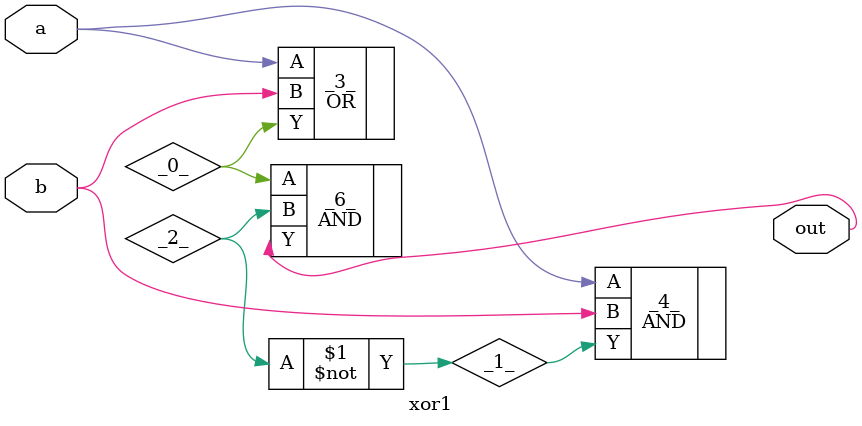
<source format=v>
/* Generated by Yosys 0.41+83 (git sha1 7045cf509, x86_64-w64-mingw32-g++ 13.2.1 -Os) */

/* cells_not_processed =  1  */
/* src = "xor1.v:2.1-10.10" */
module xor1(a, b, out);
  wire _0_;
  wire _1_;
  wire _2_;
  /* src = "xor1.v:3.9-3.10" */
  input a;
  wire a;
  /* src = "xor1.v:4.9-4.10" */
  input b;
  wire b;
  /* src = "xor1.v:5.10-5.13" */
  output out;
  wire out;
  OR _3_ (
    .A(a),
    .B(b),
    .Y(_0_)
  );
  AND _4_ (
    .A(a),
    .B(b),
    .Y(_1_)
  );
  not _5_ (
    .A(_1_),
    .Y(_2_)
  );
  AND _6_ (
    .A(_0_),
    .B(_2_),
    .Y(out)
  );
endmodule

</source>
